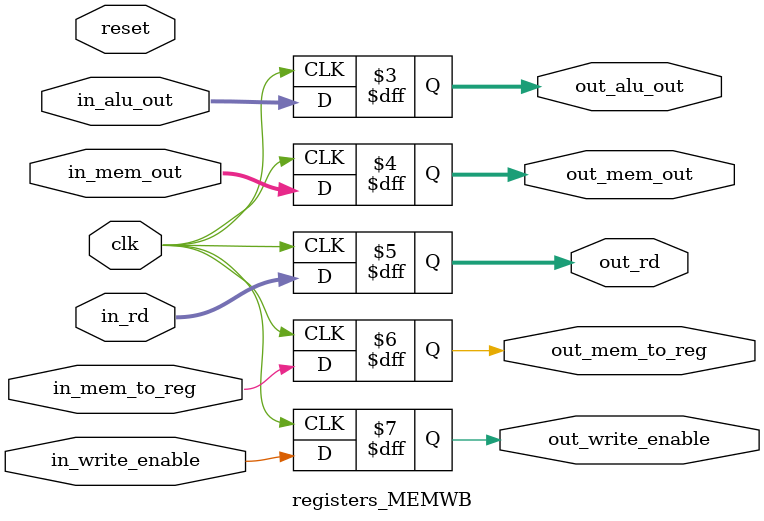
<source format=sv>
module registers_MEMWB(
    input clk,
    input reset,

    //INPUT
    input [31:0] in_alu_out,
    input [31:0] in_mem_out,

    input [4:0] in_rd,
    input in_mem_to_reg,
    input in_write_enable,

    //OUTPUT
    output reg [31:0] out_alu_out,
    output reg [31:0] out_mem_out,

    output reg [4:0] out_rd,
    output reg out_mem_to_reg,
    output reg out_write_enable
);

initial begin
    out_alu_out = 0;
    out_mem_out = 0;
    out_rd = 0;
    out_mem_to_reg = 0;
    out_write_enable = 0;
end

always @(posedge clk) begin
    out_alu_out <= in_alu_out;
    out_mem_out <= in_mem_out;

    out_rd <= in_rd;
    out_mem_to_reg <= in_mem_to_reg;
    out_write_enable <= in_write_enable;
end

endmodule

</source>
